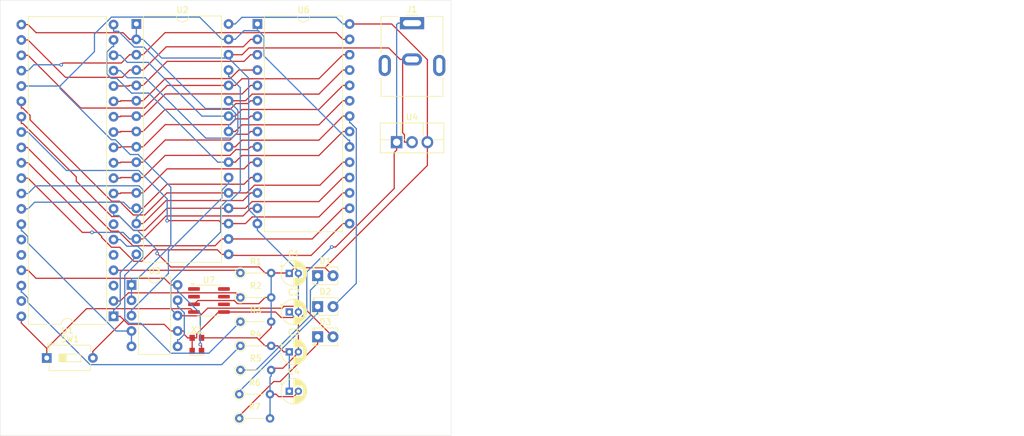
<source format=kicad_pcb>
(kicad_pcb (version 20240108) (generator "pcbnew") (generator_version "8.0")
  (layers (0 "F.Cu" signal) (31 "B.Cu" signal) (34 "B.Paste" user) (35 "F.Paste" user) (36 "B.SilkS" user "B.Silkscreen") (37 "F.SilkS" user "F.Silkscreen") (38 "B.Mask" user) (39 "F.Mask" user) (44 "Edge.Cuts" user))
  (net 0 "")
  (net 1 "+5V")
  (net 2 "GND")
  (net 3 "Net-(U4-IN)")
  (net 4 "Net-(D1-K)")
  (net 5 "Net-(D2-K)")
  (net 6 "RD")
  (net 7 "WR")
  (net 8 "Net-(D3-K)")
  (net 9 "Net-(U1-~{IRQ})")
  (net 10 "Net-(U1-RDY)")
  (net 11 "Net-(U1-~{NMI})")
  (net 12 "Net-(U1-~{SO})")
  (net 13 "RES")
  (net 14 "A15")
  (net 15 "D7")
  (net 16 "A6")
  (net 17 "A9")
  (net 19 "D0")
  (net 20 "D4")
  (net 22 "A11")
  (net 23 "D2")
  (net 24 "A1")
  (net 26 "A2")
  (net 27 "A8")
  (net 28 "A12")
  (net 29 "A3")
  (net 30 "D6")
  (net 32 "A4")
  (net 33 "D5")
  (net 35 "D3")
  (net 37 "CLOCK")
  (net 38 "A13")
  (net 39 "A0")
  (net 40 "D1")
  (net 41 "A5")
  (net 42 "RW")
  (net 43 "A7")
  (net 44 "A10")
  (net 45 "A14")
  (net 46 "MA15")
  (net 47 "Net-(U3-Pad6)")
  (footprint "Resistor_THT:R_Axial_DIN0204_L3.6mm_D1.6mm_P5.08mm_Vertical" (layer "F.Cu") (at 52.6974 58.09)
    (property "Reference" "R1")
    (property "Value" "R")
  )
  (footprint "Package_SO:SOIC-8_3.9x4.9mm_P1.27mm" (layer "F.Cu") (at 47.5 62.64)
    (property "Reference" "U7")
    (property "Value" "DS813-5+")
  )
  (footprint "Resistor_THT:R_Axial_DIN0204_L3.6mm_D1.6mm_P5.08mm_Vertical" (layer "F.Cu") (at 52.6974 74.14)
    (property "Reference" "R5")
    (property "Value" "220")
  )
  (footprint "Button_Switch_THT:SW_DIP_SPSTx01_Slide_6.7x4.1mm_W7.62mm_P2.54mm_LowProfile" (layer "F.Cu") (at 20.7 72.14)
    (property "Reference" "SW1")
    (property "Value" "SW_Push")
  )
  (footprint "Oscillator:Oscillator_SMD_EuroQuartz_XO32-4Pin_3.2x2.5mm" (layer "F.Cu") (at 45.5 69.89)
    (property "Reference" "X1")
    (property "Value" "1 MHz")
  )
  (footprint "Resistor_THT:R_Axial_DIN0204_L3.6mm_D1.6mm_P5.08mm_Vertical" (layer "F.Cu") (at 52.51 78.14)
    (property "Reference" "R6")
    (property "Value" "220")
  )
  (footprint "Package_DIP:DIP-28_W15.24mm" (layer "F.Cu") (at 55.5009 16.9)
    (property "Reference" "U6")
    (property "Value" "27C512")
  )
  (footprint "Resistor_THT:R_Axial_DIN0204_L3.6mm_D1.6mm_P5.08mm_Vertical" (layer "F.Cu") (at 52.51 82.14)
    (property "Reference" "R7")
    (property "Value" "220")
  )
  (footprint "Package_DIP:DIP-10_W7.62mm" (layer "F.Cu") (at 34.7 60.065)
    (property "Reference" "U3")
    (property "Value" "74HC00")
  )
  (footprint "Capacitor_THT:CP_Radial_D4.0mm_P1.50mm" (layer "F.Cu") (at 60.7774 64.54)
    (property "Reference" "C2")
    (property "Value" "10uF")
  )
  (footprint "Package_DIP:DIP-40_W15.24mm" (layer "F.Cu") (at 31.74 65.26 180)
    (property "Reference" "U1")
    (property "Value" "6502")
  )
  (footprint "Resistor_THT:R_Axial_DIN0204_L3.6mm_D1.6mm_P5.08mm_Vertical" (layer "F.Cu") (at 52.6974 70.14)
    (property "Reference" "R4")
    (property "Value" "R")
  )
  (footprint "LED_THT:LED_D2.0mm_W4.0mm_H2.8mm_FlatTop" (layer "F.Cu") (at 65.46 63.64)
    (property "Reference" "D2")
    (property "Value" "LED")
  )
  (footprint "LED_THT:LED_D2.0mm_W4.0mm_H2.8mm_FlatTop" (layer "F.Cu") (at 65.46 58.54)
    (property "Reference" "D1")
    (property "Value" "LED")
  )
  (footprint "Capacitor_THT:CP_Radial_D4.0mm_P1.50mm" (layer "F.Cu") (at 60.7774 77.64)
    (property "Reference" "C4")
    (property "Value" "0.1uF")
  )
  (footprint "Resistor_THT:R_Axial_DIN0204_L3.6mm_D1.6mm_P5.08mm_Vertical" (layer "F.Cu") (at 52.6974 62.14)
    (property "Reference" "R2")
    (property "Value" "R")
  )
  (footprint "Connector_BarrelJack:BarrelJack_CUI_PJ-063AH_Horizontal" (layer "F.Cu") (at 81.0509 16.76)
    (property "Reference" "J1")
    (property "Value" "Barrel_Jack")
  )
  (footprint "Package_TO_SOT_THT:TO-220F-3_Vertical" (layer "F.Cu") (at 78.5109 36.455)
    (property "Reference" "U4")
    (property "Value" "L7805")
  )
  (footprint "Capacitor_THT:CP_Radial_D4.0mm_P1.50mm" (layer "F.Cu") (at 60.7774 58.14)
    (property "Reference" "C1")
    (property "Value" "0.1uF")
  )
  (footprint "Resistor_THT:R_Axial_DIN0204_L3.6mm_D1.6mm_P5.08mm_Vertical" (layer "F.Cu") (at 52.6974 66.14)
    (property "Reference" "R3")
    (property "Value" "R")
  )
  (footprint "Package_DIP:DIP-32_W15.24mm" (layer "F.Cu") (at 35.5 16.9)
    (property "Reference" "U2")
    (property "Value" "AS6C4008-55PCN")
  )
  (footprint "Capacitor_THT:CP_Radial_D4.0mm_P1.50mm" (layer "F.Cu") (at 60.7774 71.14)
    (property "Reference" "C3")
    (property "Value" "0.1uF")
  )
  (footprint "LED_THT:LED_D2.0mm_W4.0mm_H2.8mm_FlatTop" (layer "F.Cu") (at 65.46 68.64)
    (property "Reference" "D3")
    (property "Value" "LED")
  )
  (gr_rect (start 13 13) (end 87.5 85) (stroke (width 0.05)) (fill none) (layer "Edge.Cuts"))
  (segment (start 52.1816 63.1586) (end 51.663 62.64) (width 0.2) (layer "F.Cu") (net 1))
  (segment (start 55.4507 68.815) (end 46.275 68.815) (width 0.2) (layer "F.Cu") (net 1))
  (segment (start 57.7774 66.14) (end 57.7774 67.1417) (width 0.2) (layer "F.Cu") (net 1))
  (segment (start 55.7571 63.1586) (end 52.1816 63.1586) (width 0.2) (layer "F.Cu") (net 1))
  (segment (start 56.7757 58.09) (end 55.774 57.0883) (width 0.2) (layer "F.Cu") (net 1))
  (segment (start 70.7409 16.9) (end 71.8426 16.9) (width 0.2) (layer "F.Cu") (net 1))
  (segment (start 57.7774 67.1417) (end 55.7774 69.1417) (width 0.2) (layer "F.Cu") (net 1))
  (segment (start 66.6748 57.2148) (end 61.6526 57.2148) (width 0.2) (layer "F.Cu") (net 1))
  (segment (start 66.6748 57.2148) (end 83.5909 40.2987) (width 0.2) (layer "F.Cu") (net 1))
  (segment (start 60.7774 58.09) (end 58.7791 58.09) (width 0.2) (layer "F.Cu") (net 1))
  (segment (start 51.663 62.64) (end 45.66 62.64) (width 0.2) (layer "F.Cu") (net 1))
  (segment (start 55.7774 69.1417) (end 55.4507 68.815) (width 0.2) (layer "F.Cu") (net 1))
  (segment (start 71.8426 16.9) (end 77.6896 16.9) (width 0.2) (layer "F.Cu") (net 1))
  (segment (start 57.7774 58.09) (end 58.7791 58.09) (width 0.2) (layer "F.Cu") (net 1))
  (segment (start 61.6526 57.2148) (end 60.7774 58.09) (width 0.2) (layer "F.Cu") (net 1))
  (segment (start 57.7774 70.14) (end 56.7757 70.14) (width 0.2) (layer "F.Cu") (net 1))
  (segment (start 83.5909 40.2987) (end 83.5909 36.455) (width 0.2) (layer "F.Cu") (net 1))
  (segment (start 58.8757 70.14) (end 57.7774 70.14) (width 0.2) (layer "F.Cu") (net 1))
  (segment (start 57.7774 62.14) (end 56.7757 62.14) (width 0.2) (layer "F.Cu") (net 1))
  (segment (start 83.5909 22.8013) (end 83.5909 36.455) (width 0.2) (layer "F.Cu") (net 1))
  (segment (start 55.774 57.0883) (end 41.1836 57.0883) (width 0.2) (layer "F.Cu") (net 1))
  (segment (start 56.7757 70.14) (end 55.7774 69.1417) (width 0.2) (layer "F.Cu") (net 1))
  (segment (start 60.7774 58.09) (end 60.7774 58.14) (width 0.2) (layer "F.Cu") (net 1))
  (segment (start 59.8757 71.14) (end 58.8757 70.14) (width 0.2) (layer "F.Cu") (net 1))
  (segment (start 77.6896 16.9) (end 83.5909 22.8013) (width 0.2) (layer "F.Cu") (net 1))
  (segment (start 41.1836 57.0883) (end 38.9485 54.8532) (width 0.2) (layer "F.Cu") (net 1))
  (segment (start 45.66 62.64) (end 45.025 63.275) (width 0.2) (layer "F.Cu") (net 1))
  (segment (start 57.7774 58.09) (end 56.7757 58.09) (width 0.2) (layer "F.Cu") (net 1))
  (segment (start 60.7774 71.14) (end 59.8757 71.14) (width 0.2) (layer "F.Cu") (net 1))
  (segment (start 68 58.54) (end 66.6748 57.2148) (width 0.2) (layer "F.Cu") (net 1))
  (segment (start 56.7757 62.14) (end 55.7571 63.1586) (width 0.2) (layer "F.Cu") (net 1))
  (via (at 38.9485 54.8532) (size 0.6) (drill 0.3) (layers "F.Cu" "B.Cu") (net 1))
  (segment (start 50.74 16.9) (end 51.8417 16.9) (width 0.2) (layer "B.Cu") (net 1))
  (segment (start 35.668 51.0217) (end 38.9485 54.3022) (width 0.2) (layer "B.Cu") (net 1))
  (segment (start 38.9485 54.3022) (end 38.9485 54.8532) (width 0.2) (layer "B.Cu") (net 1))
  (segment (start 70.7409 16.9) (end 69.6392 16.9) (width 0.2) (layer "B.Cu") (net 1))
  (segment (start 57.7774 62.14) (end 57.7774 58.09) (width 0.2) (layer "B.Cu") (net 1))
  (segment (start 35.0272 51.0217) (end 35.668 51.0217) (width 0.2) (layer "B.Cu") (net 1))
  (segment (start 51.8417 16.9) (end 52.9434 15.7983) (width 0.2) (layer "B.Cu") (net 1))
  (segment (start 57.7774 66.14) (end 57.7774 62.14) (width 0.2) (layer "B.Cu") (net 1))
  (segment (start 31.74 47.48) (end 31.74 48.5817) (width 0.2) (layer "B.Cu") (net 1))
  (segment (start 60.7774 77.64) (end 60.7774 71.14) (width 0.2) (layer "B.Cu") (net 1))
  (segment (start 32.5872 48.5817) (end 35.0272 51.0217) (width 0.2) (layer "B.Cu") (net 1))
  (segment (start 31.74 48.5817) (end 32.5872 48.5817) (width 0.2) (layer "B.Cu") (net 1))
  (segment (start 68.5375 15.7983) (end 69.6392 16.9) (width 0.2) (layer "B.Cu") (net 1))
  (segment (start 52.9434 15.7983) (end 68.5375 15.7983) (width 0.2) (layer "B.Cu") (net 1))
  (segment (start 77.2024 20.8632) (end 79.0992 22.76) (width 0.2) (layer "F.Cu") (net 2))
  (segment (start 79.5001 22.76) (end 79.5001 34.9042) (width 0.2) (layer "F.Cu") (net 2))
  (segment (start 34.3983 19.44) (end 33.2966 18.3383) (width 0.2) (layer "F.Cu") (net 2))
  (segment (start 41.7692 67.685) (end 42.32 67.685) (width 0.2) (layer "F.Cu") (net 2))
  (segment (start 58.9934 78.5417) (end 58.5917 78.14) (width 0.2) (layer "F.Cu") (net 2))
  (segment (start 59.7041 73.84) (end 57.7774 73.84) (width 0.2) (layer "F.Cu") (net 2))
  (segment (start 33.47 65.8883) (end 28.32 71.0383) (width 0.2) (layer "F.Cu") (net 2))
  (segment (start 35.5 19.44) (end 34.3983 19.44) (width 0.2) (layer "F.Cu") (net 2))
  (segment (start 16.5 17) (end 17.6017 17) (width 0.2) (layer "F.Cu") (net 2))
  (segment (start 79.7967 35.2008) (end 79.7967 36.455) (width 0.2) (layer "F.Cu") (net 2))
  (segment (start 31.74 65.26) (end 32.8417 65.26) (width 0.2) (layer "F.Cu") (net 2))
  (segment (start 28.32 72.14) (end 28.32 71.0383) (width 0.2) (layer "F.Cu") (net 2))
  (segment (start 50.74 21.98) (end 52.9848 21.98) (width 0.2) (layer "F.Cu") (net 2))
  (segment (start 43.4217 67.685) (end 43.4217 68.2634) (width 0.2) (layer "F.Cu") (net 2))
  (segment (start 41.2183 67.685) (end 40.1166 66.5833) (width 0.2) (layer "F.Cu") (net 2))
  (segment (start 57.59 78.14) (end 58.5917 78.14) (width 0.2) (layer "F.Cu") (net 2))
  (segment (start 62.2774 77.64) (end 62.2774 77.7667) (width 0.2) (layer "F.Cu") (net 2))
  (segment (start 44.725 68.815) (end 45.4767 68.815) (width 0.2) (layer "F.Cu") (net 2))
  (segment (start 40.1166 66.5833) (end 34.165 66.5833) (width 0.2) (layer "F.Cu") (net 2))
  (segment (start 62.2774 64.54) (end 62.2774 65.4502) (width 0.2) (layer "F.Cu") (net 2))
  (segment (start 62.2774 65.4502) (end 62.2774 71.14) (width 0.2) (layer "F.Cu") (net 2))
  (segment (start 81.0509 36.455) (end 79.7967 36.455) (width 0.2) (layer "F.Cu") (net 2))
  (segment (start 42.32 67.685) (end 43.4217 67.685) (width 0.2) (layer "F.Cu") (net 2))
  (segment (start 32.8417 65.26) (end 33.47 65.8883) (width 0.2) (layer "F.Cu") (net 2))
  (segment (start 62.2774 71.14) (end 62.2774 71.2667) (width 0.2) (layer "F.Cu") (net 2))
  (segment (start 45.4767 68.1573) (end 45.4767 68.815) (width 0.2) (layer "F.Cu") (net 2))
  (segment (start 44.725 68.815) (end 43.9733 68.815) (width 0.2) (layer "F.Cu") (net 2))
  (segment (start 58.5108 64.545) (end 59.416 65.4502) (width 0.2) (layer "F.Cu") (net 2))
  (segment (start 81.0509 22.76) (end 79.5001 22.76) (width 0.2) (layer "F.Cu") (net 2))
  (segment (start 49.975 64.545) (end 49.089 64.545) (width 0.2) (layer "F.Cu") (net 2))
  (segment (start 44.725 68.815) (end 44.725 70.965) (width 0.2) (layer "F.Cu") (net 2))
  (segment (start 59.416 65.4502) (end 62.2774 65.4502) (width 0.2) (layer "F.Cu") (net 2))
  (segment (start 57.7774 73.84) (end 57.7774 74.14) (width 0.2) (layer "F.Cu") (net 2))
  (segment (start 52.9848 21.98) (end 54.1016 20.8632) (width 0.2) (layer "F.Cu") (net 2))
  (segment (start 62.2774 71.2667) (end 59.7041 73.84) (width 0.2) (layer "F.Cu") (net 2))
  (segment (start 43.4217 68.2634) (end 43.9733 68.815) (width 0.2) (layer "F.Cu") (net 2))
  (segment (start 41.7692 67.685) (end 41.2183 67.685) (width 0.2) (layer "F.Cu") (net 2))
  (segment (start 49.089 64.545) (end 45.4767 68.1573) (width 0.2) (layer "F.Cu") (net 2))
  (segment (start 33.2966 18.3383) (end 18.94 18.3383) (width 0.2) (layer "F.Cu") (net 2))
  (segment (start 34.165 66.5833) (end 33.47 65.8883) (width 0.2) (layer "F.Cu") (net 2))
  (segment (start 79.5001 34.9042) (end 79.7967 35.2008) (width 0.2) (layer "F.Cu") (net 2))
  (segment (start 61.5024 78.5417) (end 58.9934 78.5417) (width 0.2) (layer "F.Cu") (net 2))
  (segment (start 62.2774 77.7667) (end 61.5024 78.5417) (width 0.2) (layer "F.Cu") (net 2))
  (segment (start 54.1016 20.8632) (end 77.2024 20.8632) (width 0.2) (layer "F.Cu") (net 2))
  (segment (start 49.975 64.545) (end 58.5108 64.545) (width 0.2) (layer "F.Cu") (net 2))
  (segment (start 18.94 18.3383) (end 17.6017 17) (width 0.2) (layer "F.Cu") (net 2))
  (segment (start 79.5001 22.76) (end 79.0992 22.76) (width 0.2) (layer "F.Cu") (net 2))
  (segment (start 31.74 64.1583) (end 31.8778 64.1583) (width 0.2) (layer "B.Cu") (net 2))
  (segment (start 50.74 22.5308) (end 54.0611 25.8519) (width 0.2) (layer "B.Cu") (net 2))
  (segment (start 35.5 19.44) (end 36.6017 19.44) (width 0.2) (layer "B.Cu") (net 2))
  (segment (start 57.7774 75.1417) (end 57.59 75.3291) (width 0.2) (layer "B.Cu") (net 2))
  (segment (start 62.2774 58.14) (end 62.2774 58.0128) (width 0.2) (layer "B.Cu") (net 2))
  (segment (start 32.8417 63.1944) (end 32.8417 57.9991) (width 0.2) (layer "B.Cu") (net 2))
  (segment (start 50.74 22.5308) (end 39.6925 22.5308) (width 0.2) (layer "B.Cu") (net 2))
  (segment (start 54.0611 25.8519) (end 54.0611 47.6068) (width 0.2) (layer "B.Cu") (net 2))
  (segment (start 54.0611 47.6068) (end 55.2726 48.8183) (width 0.2) (layer "B.Cu") (net 2))
  (segment (start 62.2774 58.14) (end 62.2774 64.54) (width 0.2) (layer "B.Cu") (net 2))
  (segment (start 55.5009 49.92) (end 55.5009 48.8183) (width 0.2) (layer "B.Cu") (net 2))
  (segment (start 39.6925 22.5308) (end 36.6017 19.44) (width 0.2) (layer "B.Cu") (net 2))
  (segment (start 57.59 78.14) (end 57.59 82.14) (width 0.2) (layer "B.Cu") (net 2))
  (segment (start 35.5 55.3408) (end 35.5 55) (width 0.2) (layer "B.Cu") (net 2))
  (segment (start 57.7774 74.14) (end 57.7774 75.1417) (width 0.2) (layer "B.Cu") (net 2))
  (segment (start 62.2774 58.0128) (end 62.2774 57.7982) (width 0.2) (layer "B.Cu") (net 2))
  (segment (start 62.2774 57.7982) (end 55.5009 51.0217) (width 0.2) (layer "B.Cu") (net 2))
  (segment (start 31.8778 64.1583) (end 32.8417 63.1944) (width 0.2) (layer "B.Cu") (net 2))
  (segment (start 55.2726 48.8183) (end 55.5009 48.8183) (width 0.2) (layer "B.Cu") (net 2))
  (segment (start 31.74 65.26) (end 31.74 64.1583) (width 0.2) (layer "B.Cu") (net 2))
  (segment (start 55.5009 49.92) (end 55.5009 51.0217) (width 0.2) (layer "B.Cu") (net 2))
  (segment (start 57.59 75.3291) (end 57.59 78.14) (width 0.2) (layer "B.Cu") (net 2))
  (segment (start 32.8417 57.9991) (end 35.5 55.3408) (width 0.2) (layer "B.Cu") (net 2))
  (segment (start 50.74 21.98) (end 50.74 22.5308) (width 0.2) (layer "B.Cu") (net 2))
  (segment (start 35.5 19.44) (end 35.5 16.9) (width 0.2) (layer "B.Cu") (net 2))
  (segment (start 78.1093 44.1097) (end 68.4285 53.7905) (width 0.2) (layer "F.Cu") (net 3))
  (segment (start 78.1093 38.1583) (end 78.1093 44.1097) (width 0.2) (layer "F.Cu") (net 3))
  (segment (start 68.4285 53.7905) (end 67.7781 53.7905) (width 0.2) (layer "F.Cu") (net 3))
  (segment (start 78.5109 36.455) (end 78.5109 37.7567) (width 0.2) (layer "F.Cu") (net 3))
  (segment (start 78.5109 37.7567) (end 78.1093 38.1583) (width 0.2) (layer "F.Cu") (net 3))
  (via (at 67.7781 53.7905) (size 0.6) (drill 0.3) (layers "F.Cu" "B.Cu") (net 3))
  (segment (start 78.5109 16.9983) (end 78.5109 36.455) (width 0.2) (layer "B.Cu") (net 3))
  (segment (start 78.7492 16.76) (end 78.5109 16.9983) (width 0.2) (layer "B.Cu") (net 3))
  (segment (start 61.7247 65.4873) (end 60.7774 64.54) (width 0.2) (layer "B.Cu") (net 3))
  (segment (start 63.6596 64.5096) (end 62.6819 65.4873) (width 0.2) (layer "B.Cu") (net 3))
  (segment (start 67.7781 53.7905) (end 63.6596 57.909) (width 0.2) (layer "B.Cu") (net 3))
  (segment (start 63.6596 57.909) (end 63.6596 64.5096) (width 0.2) (layer "B.Cu") (net 3))
  (segment (start 62.6819 65.4873) (end 61.7247 65.4873) (width 0.2) (layer "B.Cu") (net 3))
  (segment (start 81.0509 16.76) (end 78.7492 16.76) (width 0.2) (layer "B.Cu") (net 3))
  (segment (start 65.46 58.54) (end 65.46 59.7417) (width 0.2) (layer "B.Cu") (net 4))
  (segment (start 64.2583 60.9434) (end 64.2583 65.1465) (width 0.2) (layer "B.Cu") (net 4))
  (segment (start 55.2648 74.14) (end 52.6974 74.14) (width 0.2) (layer "B.Cu") (net 4))
  (segment (start 65.46 59.7417) (end 64.2583 60.9434) (width 0.2) (layer "B.Cu") (net 4))
  (segment (start 64.2583 65.1465) (end 55.2648 74.14) (width 0.2) (layer "B.Cu") (net 4))
  (segment (start 65.46 63.09) (end 65.46 63.64) (width 0.2) (layer "B.Cu") (net 5))
  (segment (start 65.3479 64.8417) (end 65.46 64.8417) (width 0.2) (layer "B.Cu") (net 5))
  (segment (start 52.51 78.14) (end 52.51 77.6796) (width 0.2) (layer "B.Cu") (net 5))
  (segment (start 65.46 63.64) (end 65.46 64.8417) (width 0.2) (layer "B.Cu") (net 5))
  (segment (start 52.51 77.6796) (end 65.3479 64.8417) (width 0.2) (layer "B.Cu") (net 5))
  (segment (start 65.6609 36.1183) (end 69.6392 32.14) (width 0.2) (layer "F.Cu") (net 6))
  (segment (start 50.74 37.22) (end 51.8417 37.22) (width 0.2) (layer "F.Cu") (net 6))
  (segment (start 51.8417 37.22) (end 52.9434 36.1183) (width 0.2) (layer "F.Cu") (net 6))
  (segment (start 70.7409 32.14) (end 69.6392 32.14) (width 0.2) (layer "F.Cu") (net 6))
  (segment (start 52.9434 36.1183) (end 65.6609 36.1183) (width 0.2) (layer "F.Cu") (net 6))
  (segment (start 70.7409 32.14) (end 70.7409 33.2417) (width 0.2) (layer "B.Cu") (net 6))
  (segment (start 70.7409 33.2417) (end 70.8786 33.2417) (width 0.2) (layer "B.Cu") (net 6))
  (segment (start 70.8786 33.2417) (end 71.8435 34.2066) (width 0.2) (layer "B.Cu") (net 6))
  (segment (start 71.8435 59.7965) (end 68 63.64) (width 0.2) (layer "B.Cu") (net 6))
  (segment (start 71.8435 34.2066) (end 71.8435 59.7965) (width 0.2) (layer "B.Cu") (net 6))
  (segment (start 68 68.64) (end 62.9579 63.5979) (width 0.2) (layer "F.Cu") (net 7))
  (segment (start 59.5871 63.9101) (end 47.2919 63.9101) (width 0.2) (layer "F.Cu") (net 7))
  (segment (start 43.4518 65.1751) (end 43.4217 65.145) (width 0.2) (layer "F.Cu") (net 7))
  (segment (start 42.32 65.145) (end 43.4217 65.145) (width 0.2) (layer "F.Cu") (net 7))
  (segment (start 62.9579 63.5979) (end 59.8993 63.5979) (width 0.2) (layer "F.Cu") (net 7))
  (segment (start 59.8993 63.5979) (end 59.5871 63.9101) (width 0.2) (layer "F.Cu") (net 7))
  (segment (start 47.2919 63.9101) (end 46.0269 65.1751) (width 0.2) (layer "F.Cu") (net 7))
  (segment (start 46.0269 65.1751) (end 43.4518 65.1751) (width 0.2) (layer "F.Cu") (net 7))
  (segment (start 50.74 24.52) (end 50.74 25.6217) (width 0.2) (layer "B.Cu") (net 7))
  (segment (start 49.4396 51.2973) (end 49.4396 47.1223) (width 0.2) (layer "B.Cu") (net 7))
  (segment (start 51.0604 46.11) (end 52.6786 44.4918) (width 0.2) (layer "B.Cu") (net 7))
  (segment (start 50.8777 25.6217) (end 50.74 25.6217) (width 0.2) (layer "B.Cu") (net 7))
  (segment (start 52.6786 27.4226) (end 50.8777 25.6217) (width 0.2) (layer "B.Cu") (net 7))
  (segment (start 41.2026 64.0276) (end 41.2026 59.5343) (width 0.2) (layer "B.Cu") (net 7))
  (segment (start 52.6786 44.4918) (end 52.6786 27.4226) (width 0.2) (layer "B.Cu") (net 7))
  (segment (start 50.4519 46.11) (end 51.0604 46.11) (width 0.2) (layer "B.Cu") (net 7))
  (segment (start 49.4396 47.1223) (end 50.4519 46.11) (width 0.2) (layer "B.Cu") (net 7))
  (segment (start 41.2026 59.5343) (end 49.4396 51.2973) (width 0.2) (layer "B.Cu") (net 7))
  (segment (start 42.32 65.145) (end 41.2026 64.0276) (width 0.2) (layer "B.Cu") (net 7))
  (segment (start 65.46 69.8417) (end 59.2554 76.0463) (width 0.2) (layer "F.Cu") (net 8))
  (segment (start 59.2554 76.0463) (end 58.1998 76.0463) (width 0.2) (layer "F.Cu") (net 8))
  (segment (start 65.46 68.64) (end 65.46 69.8417) (width 0.2) (layer "F.Cu") (net 8))
  (segment (start 58.1998 76.0463) (end 52.51 81.7361) (width 0.2) (layer "F.Cu") (net 8))
  (segment (start 52.51 81.7361) (end 52.51 82.14) (width 0.2) (layer "F.Cu") (net 8))
  (segment (start 32.8417 57.64) (end 52.2474 57.64) (width 0.2) (layer "F.Cu") (net 9))
  (segment (start 31.74 57.64) (end 32.8417 57.64) (width 0.2) (layer "F.Cu") (net 9))
  (segment (start 52.2474 57.64) (end 52.6974 58.09) (width 0.2) (layer "F.Cu") (net 9))
  (segment (start 31.74 62.72) (end 32.8417 62.72) (width 0.2) (layer "F.Cu") (net 10))
  (segment (start 51.9274 61.37) (end 52.6974 62.14) (width 0.2) (layer "F.Cu") (net 10))
  (segment (start 32.8417 62.72) (end 34.1917 61.37) (width 0.2) (layer "F.Cu") (net 10))
  (segment (start 34.1917 61.37) (end 51.9274 61.37) (width 0.2) (layer "F.Cu") (net 10))
  (segment (start 36.6214 54.5614) (end 35.7217 53.6617) (width 0.2) (layer "B.Cu") (net 11))
  (segment (start 34.3506 66.415) (end 33.5918 65.6562) (width 0.2) (layer "B.Cu") (net 11))
  (segment (start 31.74 52.56) (end 32.8417 52.56) (width 0.2) (layer "B.Cu") (net 11))
  (segment (start 36.6214 55.4394) (end 36.6214 54.5614) (width 0.2) (layer "B.Cu") (net 11))
  (segment (start 47.4817 71.3557) (end 41.1974 71.3557) (width 0.2) (layer "B.Cu") (net 11))
  (segment (start 33.5918 65.6562) (end 33.5918 58.469) (width 0.2) (layer "B.Cu") (net 11))
  (segment (start 33.5918 58.469) (end 36.6214 55.4394) (width 0.2) (layer "B.Cu") (net 11))
  (segment (start 36.2567 66.415) (end 34.3506 66.415) (width 0.2) (layer "B.Cu") (net 11))
  (segment (start 35.7217 53.6617) (end 33.9434 53.6617) (width 0.2) (layer "B.Cu") (net 11))
  (segment (start 41.1974 71.3557) (end 36.2567 66.415) (width 0.2) (layer "B.Cu") (net 11))
  (segment (start 33.9434 53.6617) (end 32.8417 52.56) (width 0.2) (layer "B.Cu") (net 11))
  (segment (start 52.6974 66.14) (end 47.4817 71.3557) (width 0.2) (layer "B.Cu") (net 11))
  (segment (start 49.5901 73.2473) (end 52.6974 70.14) (width 0.2) (layer "B.Cu") (net 12))
  (segment (start 17.6017 62.9945) (end 27.8545 73.2473) (width 0.2) (layer "B.Cu") (net 12))
  (segment (start 17.6017 62.2456) (end 17.6017 62.9945) (width 0.2) (layer "B.Cu") (net 12))
  (segment (start 27.8545 73.2473) (end 49.5901 73.2473) (width 0.2) (layer "B.Cu") (net 12))
  (segment (start 16.5 61.2817) (end 16.6378 61.2817) (width 0.2) (layer "B.Cu") (net 12))
  (segment (start 16.6378 61.2817) (end 17.6017 62.2456) (width 0.2) (layer "B.Cu") (net 12))
  (segment (start 16.5 60.18) (end 16.5 61.2817) (width 0.2) (layer "B.Cu") (net 12))
  (segment (start 20.7 70.5617) (end 20.7 72.14) (width 0.2) (layer "F.Cu") (net 13))
  (segment (start 44.47 63.99) (end 27.2717 63.99) (width 0.2) (layer "F.Cu") (net 13))
  (segment (start 16.5 66.3617) (end 20.7 70.5617) (width 0.2) (layer "F.Cu") (net 13))
  (segment (start 27.2717 63.99) (end 20.7 70.5617) (width 0.2) (layer "F.Cu") (net 13))
  (segment (start 45.025 64.545) (end 44.47 63.99) (width 0.2) (layer "F.Cu") (net 13))
  (segment (start 16.5 65.26) (end 16.5 66.3617) (width 0.2) (layer "F.Cu") (net 13))
  (segment (start 45.9559 15.7576) (end 31.386 15.7576) (width 0.2) (layer "B.Cu") (net 14))
  (segment (start 31.386 15.7576) (end 28.5819 18.5617) (width 0.2) (layer "B.Cu") (net 14))
  (segment (start 70.5126 36.1183) (end 70.7409 36.1183) (width 0.2) (layer "B.Cu") (net 14))
  (segment (start 49.6383 19.44) (end 45.9559 15.7576) (width 0.2) (layer "B.Cu") (net 14))
  (segment (start 31.371 36.05) (end 32.0402 36.05) (width 0.2) (layer "B.Cu") (net 14))
  (segment (start 34.7 60.065) (end 34.7 58.9633) (width 0.2) (layer "B.Cu") (net 14))
  (segment (start 41.1979 53.5587) (end 35.7933 58.9633) (width 0.2) (layer "B.Cu") (net 14))
  (segment (start 41.1979 43.8827) (end 41.1979 53.5587) (width 0.2) (layer "B.Cu") (net 14))
  (segment (start 34.7 62.605) (end 34.7 61.5033) (width 0.2) (layer "B.Cu") (net 14))
  (segment (start 53.28 18.0017) (end 55.5009 18.0017) (width 0.2) (layer "B.Cu") (net 14))
  (segment (start 50.74 19.44) (end 49.6383 19.44) (width 0.2) (layer "B.Cu") (net 14))
  (segment (start 32.0402 36.05) (end 34.4802 38.49) (width 0.2) (layer "B.Cu") (net 14))
  (segment (start 55.5009 18.0017) (end 55.6387 18.0017) (width 0.2) (layer "B.Cu") (net 14))
  (segment (start 55.6387 18.0017) (end 56.6026 18.9656) (width 0.2) (layer "B.Cu") (net 14))
  (segment (start 34.7 60.065) (end 34.7 61.5033) (width 0.2) (layer "B.Cu") (net 14))
  (segment (start 55.5009 16.9) (end 55.5009 18.0017) (width 0.2) (layer "B.Cu") (net 14))
  (segment (start 22.8918 27.16) (end 16.5 27.16) (width 0.2) (layer "B.Cu") (net 14))
  (segment (start 56.6026 18.9656) (end 56.6026 22.2083) (width 0.2) (layer "B.Cu") (net 14))
  (segment (start 35.8052 38.49) (end 41.1979 43.8827) (width 0.2) (layer "B.Cu") (net 14))
  (segment (start 35.7933 58.9633) (end 34.7 58.9633) (width 0.2) (layer "B.Cu") (net 14))
  (segment (start 51.8417 19.44) (end 53.28 18.0017) (width 0.2) (layer "B.Cu") (net 14))
  (segment (start 51.2909 19.44) (end 51.8417 19.44) (width 0.2) (layer "B.Cu") (net 14))
  (segment (start 51.2909 19.44) (end 50.74 19.44) (width 0.2) (layer "B.Cu") (net 14))
  (segment (start 56.6026 22.2083) (end 70.5126 36.1183) (width 0.2) (layer "B.Cu") (net 14))
  (segment (start 28.5819 18.5617) (end 28.5819 21.4699) (width 0.2) (layer "B.Cu") (net 14))
  (segment (start 34.4802 38.49) (end 35.8052 38.49) (width 0.2) (layer "B.Cu") (net 14))
  (segment (start 70.7409 37.22) (end 70.7409 36.1183) (width 0.2) (layer "B.Cu") (net 14))
  (segment (start 22.8918 27.16) (end 22.8918 27.5708) (width 0.2) (layer "B.Cu") (net 14))
  (segment (start 28.5819 21.4699) (end 22.8918 27.16) (width 0.2) (layer "B.Cu") (net 14))
  (segment (start 22.8918 27.5708) (end 31.371 36.05) (width 0.2) (layer "B.Cu") (net 14))
  (segment (start 53.743 44.84) (end 55.013 43.57) (width 0.2) (layer "F.Cu") (net 15))
  (segment (start 32.7131 46.21) (end 31.4036 46.21) (width 0.2) (layer "F.Cu") (net 15))
  (segment (start 34.9975 48.4944) (end 32.7131 46.21) (width 0.2) (layer "F.Cu") (net 15))
  (segment (start 55.013 43.57) (end 65.8292 43.57) (width 0.2) (layer "F.Cu") (net 15))
  (segment (start 50.74 44.84) (end 51.8417 44.84) (width 0.2) (layer "F.Cu") (net 15))
  (segment (start 40.5498 44.84) (end 36.8954 48.4944) (width 0.2) (layer "F.Cu") (net 15))
  (segment (start 70.7409 39.76) (end 69.6392 39.76) (width 0.2) (layer "F.Cu") (net 15))
  (segment (start 16.7283 30.8017) (end 16.5 30.8017) (width 0.2) (layer "F.Cu") (net 15))
  (segment (start 36.8954 48.4944) (end 34.9975 48.4944) (width 0.2) (layer "F.Cu") (net 15))
  (segment (start 17.9398 32.7462) (end 17.9398 32.0132) (width 0.2) (layer "F.Cu") (net 15))
  (segment (start 65.8292 43.57) (end 69.6392 39.76) (width 0.2) (layer "F.Cu") (net 15))
  (segment (start 17.9398 32.0132) (end 16.7283 30.8017) (width 0.2) (layer "F.Cu") (net 15))
  (segment (start 31.4036 46.21) (end 17.9398 32.7462) (width 0.2) (layer "F.Cu") (net 15))
  (segment (start 50.74 44.84) (end 40.5498 44.84) (width 0.2) (layer "F.Cu") (net 15))
  (segment (start 51.8417 44.84) (end 53.743 44.84) (width 0.2) (layer "F.Cu") (net 15))
  (segment (start 16.5 29.7) (end 16.5 30.8017) (width 0.2) (layer "F.Cu") (net 15))
  (segment (start 32.9417 29.6) (end 35.5 29.6) (width 0.2) (layer "F.Cu") (net 16))
  (segment (start 40.2702 25.9315) (end 51.0136 25.9315) (width 0.2) (layer "F.Cu") (net 16))
  (segment (start 32.8417 29.7) (end 32.9417 29.6) (width 0.2) (layer "F.Cu") (net 16))
  (segment (start 51.0136 25.9315) (end 52.4251 24.52) (width 0.2) (layer "F.Cu") (net 16))
  (segment (start 35.5 29.6) (end 36.6017 29.6) (width 0.2) (layer "F.Cu") (net 16))
  (segment (start 52.4251 24.52) (end 55.5009 24.52) (width 0.2) (layer "F.Cu") (net 16))
  (segment (start 31.74 29.7) (end 32.8417 29.7) (width 0.2) (layer "F.Cu") (net 16))
  (segment (start 36.6017 29.6) (end 40.2702 25.9315) (width 0.2) (layer "F.Cu") (net 16))
  (segment (start 51.8417 32.14) (end 52.9434 31.0383) (width 0.2) (layer "F.Cu") (net 17))
  (segment (start 70.7409 27.06) (end 69.6392 27.06) (width 0.2) (layer "F.Cu") (net 17))
  (segment (start 52.9434 31.0383) (end 65.6609 31.0383) (width 0.2) (layer "F.Cu") (net 17))
  (segment (start 50.74 32.14) (end 51.8417 32.14) (width 0.2) (layer "F.Cu") (net 17))
  (segment (start 65.6609 31.0383) (end 69.6392 27.06) (width 0.2) (layer "F.Cu") (net 17))
  (segment (start 34.0117 23.25) (end 32.8417 22.08) (width 0.2) (layer "B.Cu") (net 17))
  (segment (start 37.4533 23.25) (end 34.0117 23.25) (width 0.2) (layer "B.Cu") (net 17))
  (segment (start 46.3433 32.14) (end 37.4533 23.25) (width 0.2) (layer "B.Cu") (net 17))
  (segment (start 50.74 32.14) (end 46.3433 32.14) (width 0.2) (layer "B.Cu") (net 17))
  (segment (start 31.74 22.08) (end 32.8417 22.08) (width 0.2) (layer "B.Cu") (net 17))
  (segment (start 40.58 43.4017) (end 36.6017 47.38) (width 0.2) (layer "F.Cu") (net 19))
  (segment (start 55.5009 42.3) (end 54.3992 42.3) (width 0.2) (layer "F.Cu") (net 19))
  (segment (start 35.5 47.38) (end 36.6017 47.38) (width 0.2) (layer "F.Cu") (net 19))
  (segment (start 54.3992 42.3) (end 53.2975 43.4017) (width 0.2) (layer "F.Cu") (net 19))
  (segment (start 53.2975 43.4017) (end 40.58 43.4017) (width 0.2) (layer "F.Cu") (net 19))
  (segment (start 35.5 47.38) (end 34.3983 47.38) (width 0.2) (layer "B.Cu") (net 19))
  (segment (start 18.7048 46.3769) (end 17.6017 47.48) (width 0.2) (layer "B.Cu") (net 19))
  (segment (start 33.3952 46.3769) (end 18.7048 46.3769) (width 0.2) (layer "B.Cu") (net 19))
  (segment (start 34.3983 47.38) (end 33.3952 46.3769) (width 0.2) (layer "B.Cu") (net 19))
  (segment (start 16.5 47.48) (end 17.6017 47.48) (width 0.2) (layer "B.Cu") (net 19))
  (segment (start 17.6017 37.4577) (end 31.3107 51.1667) (width 0.2) (layer "F.Cu") (net 20))
  (segment (start 50.74 52.46) (end 49.6383 52.46) (width 0.2) (layer "F.Cu") (net 20))
  (segment (start 31.3107 51.1667) (end 32.527 51.1667) (width 0.2) (layer "F.Cu") (net 20))
  (segment (start 48.5197 53.5786) (end 49.6383 52.46) (width 0.2) (layer "F.Cu") (net 20))
  (segment (start 32.527 51.1667) (end 34.9389 53.5786) (width 0.2) (layer "F.Cu") (net 20))
  (segment (start 34.9389 53.5786) (end 48.5197 53.5786) (width 0.2) (layer "F.Cu") (net 20))
  (segment (start 70.7409 47.38) (end 69.6392 47.38) (width 0.2) (layer "F.Cu") (net 20))
  (segment (start 17.6017 37.32) (end 17.6017 37.4577) (width 0.2) (layer "F.Cu") (net 20))
  (segment (start 64.5592 52.46) (end 50.74 52.46) (width 0.2) (layer "F.Cu") (net 20))
  (segment (start 16.5 37.32) (end 17.6017 37.32) (width 0.2) (layer "F.Cu") (net 20))
  (segment (start 69.6392 47.38) (end 64.5592 52.46) (width 0.2) (layer "F.Cu") (net 20))
  (segment (start 50.74 34.68) (end 51.8417 34.68) (width 0.2) (layer "F.Cu") (net 22))
  (segment (start 70.7409 29.6) (end 69.6392 29.6) (width 0.2) (layer "F.Cu") (net 22))
  (segment (start 51.8417 34.68) (end 52.9434 33.5783) (width 0.2) (layer "F.Cu") (net 22))
  (segment (start 52.9434 33.5783) (end 65.6609 33.5783) (width 0.2) (layer "F.Cu") (net 22))
  (segment (start 65.6609 33.5783) (end 69.6392 29.6) (width 0.2) (layer "F.Cu") (net 22))
  (segment (start 51.8577 32.5983) (end 51.8577 31.6651) (width 0.2) (layer "B.Cu") (net 22))
  (segment (start 51.8577 31.6651) (end 51.0626 30.87) (width 0.2) (layer "B.Cu") (net 22))
  (segment (start 50.74 34.68) (end 50.74 33.5783) (width 0.2) (layer "B.Cu") (net 22))
  (segment (start 35.1531 20.71) (end 32.5448 18.1017) (width 0.2) (layer "B.Cu") (net 22))
  (segment (start 46.9061 30.87) (end 36.7461 20.71) (width 0.2) (layer "B.Cu") (net 22))
  (segment (start 51.0626 30.87) (end 46.9061 30.87) (width 0.2) (layer "B.Cu") (net 22))
  (segment (start 50.8777 33.5783) (end 51.8577 32.5983) (width 0.2) (layer "B.Cu") (net 22))
  (segment (start 32.5448 18.1017) (end 31.74 18.1017) (width 0.2) (layer "B.Cu") (net 22))
  (segment (start 31.74 17) (end 31.74 18.1017) (width 0.2) (layer "B.Cu") (net 22))
  (segment (start 36.7461 20.71) (end 35.1531 20.71) (width 0.2) (layer "B.Cu") (net 22))
  (segment (start 50.74 33.5783) (end 50.8777 33.5783) (width 0.2) (layer "B.Cu") (net 22))
  (segment (start 28.1614 51.3689) (end 26.5706 51.3689) (width 0.2) (layer "F.Cu") (net 23))
  (segment (start 40.4117 48.65) (end 53.1292 48.65) (width 0.2) (layer "F.Cu") (net 23))
  (segment (start 35.5 52.46) (end 36.6017 52.46) (width 0.2) (layer "F.Cu") (net 23))
  (segment (start 26.5706 51.3689) (end 17.6017 42.4) (width 0.2) (layer "F.Cu") (net 23))
  (segment (start 16.5 42.4) (end 17.6017 42.4) (width 0.2) (layer "F.Cu") (net 23))
  (segment (start 53.1292 48.65) (end 54.3992 47.38) (width 0.2) (layer "F.Cu") (net 23))
  (segment (start 36.6017 52.46) (end 40.4117 48.65) (width 0.2) (layer "F.Cu") (net 23))
  (segment (start 55.5009 47.38) (end 54.3992 47.38) (width 0.2) (layer "F.Cu") (net 23))
  (via (at 28.1614 51.3689) (size 0.6) (drill 0.3) (layers "F.Cu" "B.Cu") (net 23))
  (segment (start 34.3983 52.46) (end 33.3072 51.3689) (width 0.2) (layer "B.Cu") (net 23))
  (segment (start 33.3072 51.3689) (end 28.1614 51.3689) (width 0.2) (layer "B.Cu") (net 23))
  (segment (start 35.5 52.46) (end 34.3983 52.46) (width 0.2) (layer "B.Cu") (net 23))
  (segment (start 50.9961 38.6315) (end 51.9511 37.6765) (width 0.2) (layer "F.Cu") (net 24))
  (segment (start 55.5009 37.22) (end 54.3992 37.22) (width 0.2) (layer "F.Cu") (net 24))
  (segment (start 36.6017 42.3) (end 40.2702 38.6315) (width 0.2) (layer "F.Cu") (net 24))
  (segment (start 53.9427 37.6765) (end 54.3992 37.22) (width 0.2) (layer "F.Cu") (net 24))
  (segment (start 51.9511 37.6765) (end 53.9427 37.6765) (width 0.2) (layer "F.Cu") (net 24))
  (segment (start 31.74 42.4) (end 32.8417 42.4) (width 0.2) (layer "F.Cu") (net 24))
  (segment (start 35.5 42.3) (end 36.6017 42.3) (width 0.2) (layer "F.Cu") (net 24))
  (segment (start 35.5 42.3) (end 32.9417 42.3) (width 0.2) (layer "F.Cu") (net 24))
  (segment (start 40.2702 38.6315) (end 50.9961 38.6315) (width 0.2) (layer "F.Cu") (net 24))
  (segment (start 32.9417 42.3) (end 32.8417 42.4) (width 0.2) (layer "F.Cu") (net 24))
  (segment (start 32.9417 39.76) (end 32.8417 39.86) (width 0.2) (layer "F.Cu") (net 26))
  (segment (start 53.9427 35.1365) (end 54.3992 34.68) (width 0.2) (layer "F.Cu") (net 26))
  (segment (start 35.5 39.76) (end 32.9417 39.76) (width 0.2) (layer "F.Cu") (net 26))
  (segment (start 36.6017 39.76) (end 40.2702 36.0915) (width 0.2) (layer "F.Cu") (net 26))
  (segment (start 51.9511 35.1365) (end 53.9427 35.1365) (width 0.2) (layer "F.Cu") (net 26))
  (segment (start 40.2702 36.0915) (end 50.9961 36.0915) (width 0.2) (layer "F.Cu") (net 26))
  (segment (start 50.9961 36.0915) (end 51.9511 35.1365) (width 0.2) (layer "F.Cu") (net 26))
  (segment (start 35.5 39.76) (end 36.6017 39.76) (width 0.2) (layer "F.Cu") (net 26))
  (segment (start 31.74 39.86) (end 32.8417 39.86) (width 0.2) (layer "F.Cu") (net 26))
  (segment (start 55.5009 34.68) (end 54.3992 34.68) (width 0.2) (layer "F.Cu") (net 26))
  (segment (start 70.7409 24.52) (end 69.6392 24.52) (width 0.2) (layer "F.Cu") (net 27))
  (segment (start 51.8417 29.6) (end 53.5289 29.6) (width 0.2) (layer "F.Cu") (net 27))
  (segment (start 65.6609 28.4983) (end 69.6392 24.52) (width 0.2) (layer "F.Cu") (net 27))
  (segment (start 53.5289 29.6) (end 54.6306 28.4983) (width 0.2) (layer "F.Cu") (net 27))
  (segment (start 51.2909 29.6) (end 50.74 29.6) (width 0.2) (layer "F.Cu") (net 27))
  (segment (start 54.6306 28.4983) (end 65.6609 28.4983) (width 0.2) (layer "F.Cu") (net 27))
  (segment (start 51.2909 29.6) (end 51.8417 29.6) (width 0.2) (layer "F.Cu") (net 27))
  (segment (start 32.8417 24.62) (end 34.0117 25.79) (width 0.2) (layer "B.Cu") (net 27))
  (segment (start 52.2769 31.1369) (end 50.74 29.6) (width 0.2) (layer "B.Cu") (net 27))
  (segment (start 51.2479 35.7846) (end 52.2769 34.7556) (width 0.2) (layer "B.Cu") (net 27))
  (segment (start 46.9781 35.7846) (end 51.2479 35.7846) (width 0.2) (layer "B.Cu") (net 27))
  (segment (start 36.9835 25.79) (end 46.9781 35.7846) (width 0.2) (layer "B.Cu") (net 27))
  (segment (start 52.2769 34.7556) (end 52.2769 31.1369) (width 0.2) (layer "B.Cu") (net 27))
  (segment (start 31.74 24.62) (end 32.8417 24.62) (width 0.2) (layer "B.Cu") (net 27))
  (segment (start 34.0117 25.79) (end 36.9835 25.79) (width 0.2) (layer "B.Cu") (net 27))
  (segment (start 35.5 24.52) (end 34.3983 24.52) (width 0.2) (layer "F.Cu") (net 28))
  (segment (start 36.0509 24.52) (end 36.6017 24.52) (width 0.2) (layer "F.Cu") (net 28))
  (segment (start 53.1661 20.6731) (end 54.3992 19.44) (width 0.2) (layer "F.Cu") (net 28))
  (segment (start 33.1962 25.7221) (end 23.7838 25.7221) (width 0.2) (layer "F.Cu") (net 28))
  (segment (start 34.3983 24.52) (end 33.1962 25.7221) (width 0.2) (layer "F.Cu") (net 28))
  (segment (start 23.7838 25.7221) (end 17.6017 19.54) (width 0.2) (layer "F.Cu") (net 28))
  (segment (start 36.0509 24.52) (end 35.5 24.52) (width 0.2) (layer "F.Cu") (net 28))
  (segment (start 16.5 19.54) (end 17.6017 19.54) (width 0.2) (layer "F.Cu") (net 28))
  (segment (start 36.6017 24.52) (end 40.4486 20.6731) (width 0.2) (layer "F.Cu") (net 28))
  (segment (start 40.4486 20.6731) (end 53.1661 20.6731) (width 0.2) (layer "F.Cu") (net 28))
  (segment (start 55.5009 19.44) (end 54.3992 19.44) (width 0.2) (layer "F.Cu") (net 28))
  (segment (start 32.9417 37.22) (end 32.8417 37.32) (width 0.2) (layer "F.Cu") (net 29))
  (segment (start 51.9511 32.5965) (end 53.9427 32.5965) (width 0.2) (layer "F.Cu") (net 29))
  (segment (start 53.9427 32.5965) (end 54.3992 32.14) (width 0.2) (layer "F.Cu") (net 29))
  (segment (start 36.6017 37.22) (end 40.2687 33.553) (width 0.2) (layer "F.Cu") (net 29))
  (segment (start 35.5 37.22) (end 36.6017 37.22) (width 0.2) (layer "F.Cu") (net 29))
  (segment (start 55.5009 32.14) (end 54.3992 32.14) (width 0.2) (layer "F.Cu") (net 29))
  (segment (start 50.9946 33.553) (end 51.9511 32.5965) (width 0.2) (layer "F.Cu") (net 29))
  (segment (start 31.74 37.32) (end 32.8417 37.32) (width 0.2) (layer "F.Cu") (net 29))
  (segment (start 40.2687 33.553) (end 50.9946 33.553) (width 0.2) (layer "F.Cu") (net 29))
  (segment (start 35.5 37.22) (end 32.9417 37.22) (width 0.2) (layer "F.Cu") (net 29))
  (segment (start 65.6609 46.2783) (end 69.6392 42.3) (width 0.2) (layer "F.Cu") (net 30))
  (segment (start 31.4326 48.75) (end 25.5773 42.8947) (width 0.2) (layer "F.Cu") (net 30))
  (segment (start 36.9017 51.0344) (end 35.0442 51.0344) (width 0.2) (layer "F.Cu") (net 30))
  (segment (start 25.5773 42.8947) (end 25.5773 42.1907) (width 0.2) (layer "F.Cu") (net 30))
  (segment (start 35.0442 51.0344) (end 32.7598 48.75) (width 0.2) (layer "F.Cu") (net 30))
  (segment (start 51.2909 47.38) (end 50.74 47.38) (width 0.2) (layer "F.Cu") (net 30))
  (segment (start 50.74 47.38) (end 40.5561 47.38) (width 0.2) (layer "F.Cu") (net 30))
  (segment (start 54.6306 46.2783) (end 65.6609 46.2783) (width 0.2) (layer "F.Cu") (net 30))
  (segment (start 40.5561 47.38) (end 36.9017 51.0344) (width 0.2) (layer "F.Cu") (net 30))
  (segment (start 16.5 32.24) (end 16.5 33.3417) (width 0.2) (layer "F.Cu") (net 30))
  (segment (start 32.7598 48.75) (end 31.4326 48.75) (width 0.2) (layer "F.Cu") (net 30))
  (segment (start 16.7283 33.3417) (end 16.5 33.3417) (width 0.2) (layer "F.Cu") (net 30))
  (segment (start 51.8417 47.38) (end 53.5289 47.38) (width 0.2) (layer "F.Cu") (net 30))
  (segment (start 53.5289 47.38) (end 54.6306 46.2783) (width 0.2) (layer "F.Cu") (net 30))
  (segment (start 70.7409 42.3) (end 69.6392 42.3) (width 0.2) (layer "F.Cu") (net 30))
  (segment (start 25.5773 42.1907) (end 16.7283 33.3417) (width 0.2) (layer "F.Cu") (net 30))
  (segment (start 51.2909 47.38) (end 51.8417 47.38) (width 0.2) (layer "F.Cu") (net 30))
  (segment (start 31.74 34.78) (end 32.8417 34.78) (width 0.2) (layer "F.Cu") (net 32))
  (segment (start 32.9417 34.68) (end 32.8417 34.78) (width 0.2) (layer "F.Cu") (net 32))
  (segment (start 50.9961 31.0115) (end 51.9511 30.0565) (width 0.2) (layer "F.Cu") (net 32))
  (segment (start 53.9427 30.0565) (end 54.3992 29.6) (width 0.2) (layer "F.Cu") (net 32))
  (segment (start 35.5 34.68) (end 32.9417 34.68) (width 0.2) (layer "F.Cu") (net 32))
  (segment (start 40.2702 31.0115) (end 50.9961 31.0115) (width 0.2) (layer "F.Cu") (net 32))
  (segment (start 51.9511 30.0565) (end 53.9427 30.0565) (width 0.2) (layer "F.Cu") (net 32))
  (segment (start 35.5 34.68) (end 36.6017 34.68) (width 0.2) (layer "F.Cu") (net 32))
  (segment (start 55.5009 29.6) (end 54.3992 29.6) (width 0.2) (layer "F.Cu") (net 32))
  (segment (start 36.6017 34.68) (end 40.2702 31.0115) (width 0.2) (layer "F.Cu") (net 32))
  (segment (start 51.2909 49.92) (end 50.74 49.92) (width 0.2) (layer "F.Cu") (net 33))
  (segment (start 51.8417 49.92) (end 53.5289 49.92) (width 0.2) (layer "F.Cu") (net 33))
  (segment (start 50.74 49.92) (end 49.6383 49.92) (width 0.2) (layer "F.Cu") (net 33))
  (segment (start 49.1494 49.4311) (end 40.5961 49.4311) (width 0.2) (layer "F.Cu") (net 33))
  (segment (start 70.7409 44.84) (end 69.6392 44.84) (width 0.2) (layer "F.Cu") (net 33))
  (segment (start 65.6624 48.8168) (end 69.6392 44.84) (width 0.2) (layer "F.Cu") (net 33))
  (segment (start 49.6383 49.92) (end 49.1494 49.4311) (width 0.2) (layer "F.Cu") (net 33))
  (segment (start 53.5289 49.92) (end 54.6321 48.8168) (width 0.2) (layer "F.Cu") (net 33))
  (segment (start 51.2909 49.92) (end 51.8417 49.92) (width 0.2) (layer "F.Cu") (net 33))
  (segment (start 54.6321 48.8168) (end 65.6624 48.8168) (width 0.2) (layer "F.Cu") (net 33))
  (via (at 40.5961 49.4311) (size 0.6) (drill 0.3) (layers "F.Cu" "B.Cu") (net 33))
  (segment (start 35.8903 41.13) (end 40.5961 45.8358) (width 0.2) (layer "B.Cu") (net 33))
  (segment (start 23.9517 41.13) (end 35.8903 41.13) (width 0.2) (layer "B.Cu") (net 33))
  (segment (start 16.5 34.78) (end 17.6017 34.78) (width 0.2) (layer "B.Cu") (net 33))
  (segment (start 40.5961 45.8358) (end 40.5961 49.4311) (width 0.2) (layer "B.Cu") (net 33))
  (segment (start 17.6017 34.78) (end 23.9517 41.13) (width 0.2) (layer "B.Cu") (net 33))
  (segment (start 50.98 55.24) (end 50.92 55.18) (width 0.2) (layer "F.Cu") (net 35))
  (segment (start 36.4201 56.1471) (end 35.0769 56.1471) (width 0.2) (layer "F.Cu") (net 35))
  (segment (start 29.777 52.2135) (end 29.777 52.0353) (width 0.2) (layer "F.Cu") (net 35))
  (segment (start 16.5 39.86) (end 17.6017 39.86) (width 0.2) (layer "F.Cu") (net 35))
  (segment (start 50.92 55.18) (end 64.3792 55.18) (width 0.2) (layer "F.Cu") (net 35))
  (segment (start 50.74 55) (end 49.6383 55) (width 0.2) (layer "F.Cu") (net 35))
  (segment (start 32.7598 53.83) (end 31.3935 53.83) (width 0.2) (layer "F.Cu") (net 35))
  (segment (start 29.777 52.0353) (end 17.6017 39.86) (width 0.2) (layer "F.Cu") (net 35))
  (segment (start 38.3158 54.2514) (end 36.4201 56.1471) (width 0.2) (layer "F.Cu") (net 35))
  (segment (start 35.0769 56.1471) (end 32.7598 53.83) (width 0.2) (layer "F.Cu") (net 35))
  (segment (start 48.8897 54.2514) (end 38.3158 54.2514) (width 0.2) (layer "F.Cu") (net 35))
  (segment (start 64.3792 55.18) (end 69.6392 49.92) (width 0.2) (layer "F.Cu") (net 35))
  (segment (start 31.3935 53.83) (end 29.777 52.2135) (width 0.2) (layer "F.Cu") (net 35))
  (segment (start 49.6383 55) (end 48.8897 54.2514) (width 0.2) (layer "F.Cu") (net 35))
  (segment (start 50.92 55.18) (end 50.74 55) (width 0.2) (layer "F.Cu") (net 35))
  (segment (start 70.7409 49.92) (end 69.6392 49.92) (width 0.2) (layer "F.Cu") (net 35))
  (segment (start 42.32 60.065) (end 41.2183 60.065) (width 0.2) (layer "F.Cu") (net 37))
  (segment (start 18.925 58.9633) (end 40.1166 58.9633) (width 0.2) (layer "F.Cu") (net 37))
  (segment (start 40.1166 58.9633) (end 41.2183 60.065) (width 0.2) (layer "F.Cu") (net 37))
  (segment (start 46.275 70.1186) (end 46.275 70.965) (width 0.2) (layer "F.Cu") (net 37))
  (segment (start 16.5 57.64) (end 17.6017 57.64) (width 0.2) (layer "F.Cu") (net 37))
  (segment (start 46.0672 69.9108) (end 46.275 70.1186) (width 0.2) (layer "F.Cu") (net 37))
  (segment (start 17.6017 57.64) (end 18.925 58.9633) (width 0.2) (layer "F.Cu") (net 37))
  (via (at 46.0672 69.9108) (size 0.6) (drill 0.3) (layers "F.Cu" "B.Cu") (net 37))
  (segment (start 46.0672 64.7762) (end 46.0672 69.9108) (width 0.2) (layer "B.Cu") (net 37))
  (segment (start 42.32 61.1667) (end 42.4577 61.1667) (width 0.2) (layer "B.Cu") (net 37))
  (segment (start 42.32 60.065) (end 42.32 61.1667) (width 0.2) (layer "B.Cu") (net 37))
  (segment (start 42.4577 61.1667) (end 46.0672 64.7762) (width 0.2) (layer "B.Cu") (net 37))
  (segment (start 16.5 22.08) (end 17.6017 22.08) (width 0.2) (layer "F.Cu") (net 38))
  (segment (start 36.8693 30.8026) (end 40.6119 27.06) (width 0.2) (layer "F.Cu") (net 38))
  (segment (start 26.3243 30.8026) (end 36.8693 30.8026) (width 0.2) (layer "F.Cu") (net 38))
  (segment (start 54.6291 25.9598) (end 54.6306 25.9583) (width 0.2) (layer "F.Cu") (net 38))
  (segment (start 70.7409 21.98) (end 69.6392 21.98) (width 0.2) (layer "F.Cu") (net 38))
  (segment (start 51.8417 27.06) (end 52.9419 25.9598) (width 0.2) (layer "F.Cu") (net 38))
  (segment (start 65.6609 25.9583) (end 69.6392 21.98) (width 0.2) (layer "F.Cu") (net 38))
  (segment (start 50.74 27.06) (end 51.8417 27.06) (width 0.2) (layer "F.Cu") (net 38))
  (segment (start 17.6017 22.08) (end 26.3243 30.8026) (width 0.2) (layer "F.Cu") (net 38))
  (segment (start 52.9419 25.9598) (end 54.6291 25.9598) (width 0.2) (layer "F.Cu") (net 38))
  (segment (start 54.6306 25.9583) (end 65.6609 25.9583) (width 0.2) (layer "F.Cu") (net 38))
  (segment (start 40.6119 27.06) (end 50.74 27.06) (width 0.2) (layer "F.Cu") (net 38))
  (segment (start 53.2975 40.8617) (end 40.58 40.8617) (width 0.2) (layer "F.Cu") (net 39))
  (segment (start 32.9417 44.84) (end 35.5 44.84) (width 0.2) (layer "F.Cu") (net 39))
  (segment (start 35.5 44.84) (end 36.6017 44.84) (width 0.2) (layer "F.Cu") (net 39))
  (segment (start 32.8417 44.94) (end 32.9417 44.84) (width 0.2) (layer "F.Cu") (net 39))
  (segment (start 31.74 44.94) (end 32.8417 44.94) (width 0.2) (layer "F.Cu") (net 39))
  (segment (start 55.5009 39.76) (end 54.3992 39.76) (width 0.2) (layer "F.Cu") (net 39))
  (segment (start 54.3992 39.76) (end 53.2975 40.8617) (width 0.2) (layer "F.Cu") (net 39))
  (segment (start 40.58 40.8617) (end 36.6017 44.84) (width 0.2) (layer "F.Cu") (net 39))
  (segment (start 36.6017 49.92) (end 40.4117 46.11) (width 0.2) (layer "F.Cu") (net 40))
  (segment (start 53.1292 46.11) (end 54.3992 44.84) (width 0.2) (layer "F.Cu") (net 40))
  (segment (start 55.5009 44.84) (end 54.3992 44.84) (width 0.2) (layer "F.Cu") (net 40))
  (segment (start 35.5 49.92) (end 36.6017 49.92) (width 0.2) (layer "F.Cu") (net 40))
  (segment (start 40.4117 46.11) (end 53.1292 46.11) (width 0.2) (layer "F.Cu") (net 40))
  (segment (start 18.8716 43.6701) (end 17.6017 44.94) (width 0.2) (layer "B.Cu") (net 40))
  (segment (start 35.9607 43.6701) (end 18.8716 43.6701) (width 0.2) (layer "B.Cu") (net 40))
  (segment (start 16.5 44.94) (end 17.6017 44.94) (width 0.2) (layer "B.Cu") (net 40))
  (segment (start 35.6377 48.8183) (end 36.6269 47.8291) (width 0.2) (layer "B.Cu") (net 40))
  (segment (start 36.6269 47.8291) (end 36.6269 44.3363) (width 0.2) (layer "B.Cu") (net 40))
  (segment (start 35.5 48.8183) (end 35.6377 48.8183) (width 0.2) (layer "B.Cu") (net 40))
  (segment (start 35.5 49.92) (end 35.5 48.8183) (width 0.2) (layer "B.Cu") (net 40))
  (segment (start 36.6269 44.3363) (end 35.9607 43.6701) (width 0.2) (layer "B.Cu") (net 40))
  (segment (start 32.8417 32.24) (end 32.9417 32.14) (width 0.2) (layer "F.Cu") (net 41))
  (segment (start 40.2702 28.4715) (end 52.9877 28.4715) (width 0.2) (layer "F.Cu") (net 41))
  (segment (start 31.74 32.24) (end 32.8417 32.24) (width 0.2) (layer "F.Cu") (net 41))
  (segment (start 52.9877 28.4715) (end 54.3992 27.06) (width 0.2) (layer "F.Cu") (net 41))
  (segment (start 35.5 32.14) (end 36.6017 32.14) (width 0.2) (layer "F.Cu") (net 41))
  (segment (start 36.6017 32.14) (end 40.2702 28.4715) (width 0.2) (layer "F.Cu") (net 41))
  (segment (start 32.9417 32.14) (end 35.5 32.14) (width 0.2) (layer "F.Cu") (net 41))
  (segment (start 55.5009 27.06) (end 54.3992 27.06) (width 0.2) (layer "F.Cu") (net 41))
  (segment (start 16.5 50.02) (end 16.5 51.1217) (width 0.2) (layer "B.Cu") (net 42))
  (segment (start 16.6378 51.1217) (end 17.6017 52.0856) (width 0.2) (layer "B.Cu") (net 42))
  (segment (start 17.6017 52.0856) (end 17.6017 53.1523) (width 0.2) (layer "B.Cu") (net 42))
  (segment (start 34.7 67.685) (end 34.7 69.1233) (width 0.2) (layer "B.Cu") (net 42))
  (segment (start 17.6017 53.1523) (end 32.1344 67.685) (width 0.2) (layer "B.Cu") (net 42))
  (segment (start 34.7 70.225) (end 34.7 69.1233) (width 0.2) (layer "B.Cu") (net 42))
  (segment (start 32.1344 67.685) (end 34.7 67.685) (width 0.2) (layer "B.Cu") (net 42))
  (segment (start 16.5 51.1217) (end 16.6378 51.1217) (width 0.2) (layer "B.Cu") (net 42))
  (segment (start 34.2983 27.16) (end 31.74 27.16) (width 0.2) (layer "F.Cu") (net 43))
  (segment (start 55.5009 21.98) (end 54.3992 21.98) (width 0.2) (layer "F.Cu") (net 43))
  (segment (start 35.5 27.06) (end 36.6017 27.06) (width 0.2) (layer "F.Cu") (net 43))
  (segment (start 36.6017 27.06) (end 40.5785 23.0832) (width 0.2) (layer "F.Cu") (net 43))
  (segment (start 35.5 27.06) (end 34.3983 27.06) (width 0.2) (layer "F.Cu") (net 43))
  (segment (start 53.296 23.0832) (end 54.3992 21.98) (width 0.2) (layer "F.Cu") (net 43))
  (segment (start 40.5785 23.0832) (end 53.296 23.0832) (width 0.2) (layer "F.Cu") (net 43))
  (segment (start 34.3983 27.06) (end 34.2983 27.16) (width 0.2) (layer "F.Cu") (net 43))
  (segment (start 50.74 39.76) (end 51.8417 39.76) (width 0.2) (layer "F.Cu") (net 44))
  (segment (start 65.6609 38.6583) (end 69.6392 34.68) (width 0.2) (layer "F.Cu") (net 44))
  (segment (start 70.7409 34.68) (end 69.6392 34.68) (width 0.2) (layer "F.Cu") (net 44))
  (segment (start 51.8417 39.76) (end 52.9434 38.6583) (width 0.2) (layer "F.Cu") (net 44))
  (segment (start 52.9434 38.6583) (end 65.6609 38.6583) (width 0.2) (layer "F.Cu") (net 44))
  (segment (start 50.74 39.76) (end 48.9749 39.76) (width 0.2) (layer "B.Cu") (net 44))
  (segment (start 31.5117 20.6417) (end 31.74 20.6417) (width 0.2) (layer "B.Cu") (net 44))
  (segment (start 30.6307 25.1677) (end 30.6307 21.5227) (width 0.2) (layer "B.Cu") (net 44))
  (segment (start 37.5449 28.33) (end 34.71 28.33) (width 0.2) (layer "B.Cu") (net 44))
  (segment (start 48.9749 39.76) (end 37.5449 28.33) (width 0.2) (layer "B.Cu") (net 44))
  (segment (start 31.74 19.54) (end 31.74 20.6417) (width 0.2) (layer "B.Cu") (net 44))
  (segment (start 34.71 28.33) (end 32.27 25.89) (width 0.2) (layer "B.Cu") (net 44))
  (segment (start 31.353 25.89) (end 30.6307 25.1677) (width 0.2) (layer "B.Cu") (net 44))
  (segment (start 32.27 25.89) (end 31.353 25.89) (width 0.2) (layer "B.Cu") (net 44))
  (segment (start 30.6307 21.5227) (end 31.5117 20.6417) (width 0.2) (layer "B.Cu") (net 44))
  (segment (start 36.0509 21.98) (end 35.5 21.98) (width 0.2) (layer "F.Cu") (net 45))
  (segment (start 36.6017 21.98) (end 40.2462 18.3355) (width 0.2) (layer "F.Cu") (net 45))
  (segment (start 70.7409 19.44) (end 69.6392 19.44) (width 0.2) (layer "F.Cu") (net 45))
  (segment (start 23.3874 23.35) (end 23.0915 23.6459) (width 0.2) (layer "F.Cu") (net 45))
  (segment (start 33.0283 23.35) (end 23.3874 23.35) (width 0.2) (layer "F.Cu") (net 45))
  (segment (start 36.0509 21.98) (end 36.6017 21.98) (width 0.2) (layer "F.Cu") (net 45))
  (segment (start 35.5 21.98) (end 34.3983 21.98) (width 0.2) (layer "F.Cu") (net 45))
  (segment (start 68.5347 18.3355) (end 69.6392 19.44) (width 0.2) (layer "F.Cu") (net 45))
  (segment (start 40.2462 18.3355) (end 68.5347 18.3355) (width 0.2) (layer "F.Cu") (net 45))
  (segment (start 34.3983 21.98) (end 33.0283 23.35) (width 0.2) (layer "F.Cu") (net 45))
  (via (at 23.0915 23.6459) (size 0.6) (drill 0.3) (layers "F.Cu" "B.Cu") (net 45))
  (segment (start 18.5758 23.6459) (end 17.6017 24.62) (width 0.2) (layer "B.Cu") (net 45))
  (segment (start 16.5 24.62) (end 17.6017 24.62) (width 0.2) (layer "B.Cu") (net 45))
  (segment (start 23.0915 23.6459) (end 18.5758 23.6459) (width 0.2) (layer "B.Cu") (net 45))
  (segment (start 50.74 42.3) (end 50.74 43.4017) (width 0.2) (layer "B.Cu") (net 46))
  (segment (start 40.8024 58.1692) (end 34.9283 64.0433) (width 0.2) (layer "B.Cu") (net 46))
  (segment (start 40.8024 54.5222) (end 40.8024 58.1692) (width 0.2) (layer "B.Cu") (net 46))
  (segment (start 50.74 43.4017) (end 50.6022 43.4017) (width 0.2) (layer "B.Cu") (net 46))
  (segment (start 34.9283 64.0433) (end 34.7 64.0433) (width 0.2) (layer "B.Cu") (net 46))
  (segment (start 49.6383 45.6863) (end 40.8024 54.5222) (width 0.2) (layer "B.Cu") (net 46))
  (segment (start 34.7 65.145) (end 34.7 64.0433) (width 0.2) (layer "B.Cu") (net 46))
  (segment (start 50.6022 43.4017) (end 49.6383 44.3656) (width 0.2) (layer "B.Cu") (net 46))
  (segment (start 49.6383 44.3656) (end 49.6383 45.6863) (width 0.2) (layer "B.Cu") (net 46))
  (segment (start 43.4253 64.6743) (end 43.4253 68.2463) (width 0.2) (layer "B.Cu") (net 47))
  (segment (start 42.4577 63.7067) (end 43.4253 64.6743) (width 0.2) (layer "B.Cu") (net 47))
  (segment (start 42.32 70.225) (end 42.32 69.1233) (width 0.2) (layer "B.Cu") (net 47))
  (segment (start 42.5483 69.1233) (end 42.32 69.1233) (width 0.2) (layer "B.Cu") (net 47))
  (segment (start 42.32 63.7067) (end 42.4577 63.7067) (width 0.2) (layer "B.Cu") (net 47))
  (segment (start 43.4253 68.2463) (end 42.5483 69.1233) (width 0.2) (layer "B.Cu") (net 47))
  (segment (start 42.32 62.605) (end 42.32 63.7067) (width 0.2) (layer "B.Cu") (net 47))
)
</source>
